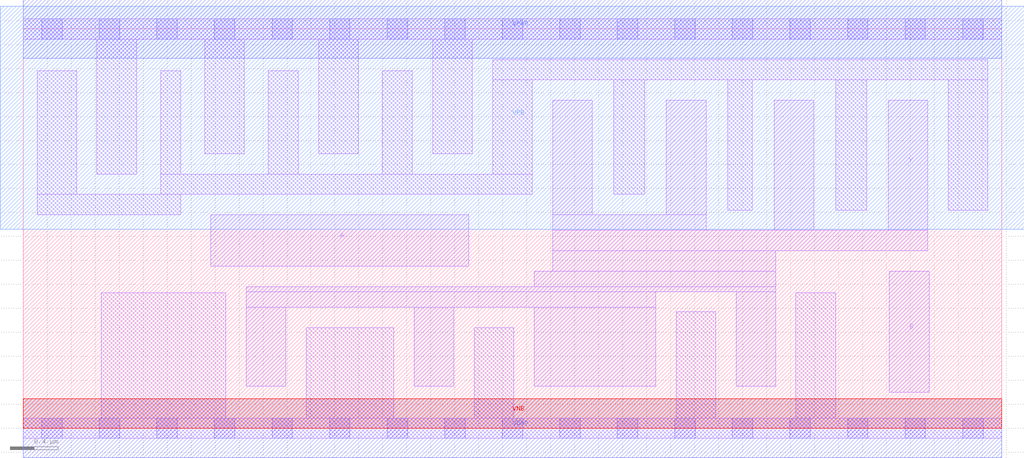
<source format=lef>
# Copyright 2020 The SkyWater PDK Authors
#
# Licensed under the Apache License, Version 2.0 (the "License");
# you may not use this file except in compliance with the License.
# You may obtain a copy of the License at
#
#     https://www.apache.org/licenses/LICENSE-2.0
#
# Unless required by applicable law or agreed to in writing, software
# distributed under the License is distributed on an "AS IS" BASIS,
# WITHOUT WARRANTIES OR CONDITIONS OF ANY KIND, either express or implied.
# See the License for the specific language governing permissions and
# limitations under the License.
#
# SPDX-License-Identifier: Apache-2.0

VERSION 5.7 ;
  NOWIREEXTENSIONATPIN ON ;
  DIVIDERCHAR "/" ;
  BUSBITCHARS "[]" ;
MACRO sky130_fd_sc_ls__nor2_8
  CLASS CORE ;
  FOREIGN sky130_fd_sc_ls__nor2_8 ;
  ORIGIN  0.000000  0.000000 ;
  SIZE  8.160000 BY  3.330000 ;
  SYMMETRY X Y ;
  SITE unit ;
  PIN A
    ANTENNAGATEAREA  1.788000 ;
    DIRECTION INPUT ;
    USE SIGNAL ;
    PORT
      LAYER li1 ;
        RECT 1.565000 1.350000 3.715000 1.780000 ;
    END
  END A
  PIN B
    ANTENNAGATEAREA  1.788000 ;
    DIRECTION INPUT ;
    USE SIGNAL ;
    PORT
      LAYER li1 ;
        RECT 7.225000 0.300000 7.555000 1.310000 ;
    END
  END B
  PIN Y
    ANTENNADIFFAREA  2.839300 ;
    DIRECTION OUTPUT ;
    USE SIGNAL ;
    PORT
      LAYER li1 ;
        RECT 1.860000 0.350000 2.190000 1.010000 ;
        RECT 1.860000 1.010000 5.275000 1.140000 ;
        RECT 1.860000 1.140000 6.275000 1.180000 ;
        RECT 3.260000 0.350000 3.590000 1.010000 ;
        RECT 4.260000 0.350000 5.275000 1.010000 ;
        RECT 4.260000 1.180000 6.275000 1.310000 ;
        RECT 4.415000 1.310000 6.275000 1.480000 ;
        RECT 4.415000 1.480000 7.545000 1.650000 ;
        RECT 4.415000 1.650000 5.695000 1.780000 ;
        RECT 4.415000 1.780000 4.745000 2.735000 ;
        RECT 5.365000 1.780000 5.695000 2.735000 ;
        RECT 5.945000 0.350000 6.275000 1.140000 ;
        RECT 6.265000 1.650000 6.595000 2.735000 ;
        RECT 7.215000 1.650000 7.545000 2.735000 ;
    END
  END Y
  PIN VGND
    DIRECTION INOUT ;
    SHAPE ABUTMENT ;
    USE GROUND ;
    PORT
      LAYER met1 ;
        RECT 0.000000 -0.245000 8.160000 0.245000 ;
    END
  END VGND
  PIN VNB
    DIRECTION INOUT ;
    USE GROUND ;
    PORT
      LAYER pwell ;
        RECT 0.000000 0.000000 8.160000 0.245000 ;
    END
  END VNB
  PIN VPB
    DIRECTION INOUT ;
    USE POWER ;
    PORT
      LAYER nwell ;
        RECT -0.190000 1.660000 8.350000 3.520000 ;
    END
  END VPB
  PIN VPWR
    DIRECTION INOUT ;
    SHAPE ABUTMENT ;
    USE POWER ;
    PORT
      LAYER met1 ;
        RECT 0.000000 3.085000 8.160000 3.575000 ;
    END
  END VPWR
  OBS
    LAYER li1 ;
      RECT 0.000000 -0.085000 8.160000 0.085000 ;
      RECT 0.000000  3.245000 8.160000 3.415000 ;
      RECT 0.115000  1.780000 1.315000 1.950000 ;
      RECT 0.115000  1.950000 0.445000 2.980000 ;
      RECT 0.615000  2.120000 0.945000 3.245000 ;
      RECT 0.650000  0.085000 1.690000 1.130000 ;
      RECT 1.145000  1.950000 4.245000 2.120000 ;
      RECT 1.145000  2.120000 1.315000 2.980000 ;
      RECT 1.515000  2.290000 1.845000 3.245000 ;
      RECT 2.045000  2.120000 2.295000 2.980000 ;
      RECT 2.360000  0.085000 3.090000 0.840000 ;
      RECT 2.465000  2.290000 2.795000 3.245000 ;
      RECT 2.995000  2.120000 3.245000 2.980000 ;
      RECT 3.415000  2.290000 3.745000 3.245000 ;
      RECT 3.760000  0.085000 4.090000 0.840000 ;
      RECT 3.915000  2.120000 4.245000 2.905000 ;
      RECT 3.915000  2.905000 8.045000 3.075000 ;
      RECT 4.925000  1.950000 5.185000 2.905000 ;
      RECT 5.445000  0.085000 5.775000 0.970000 ;
      RECT 5.875000  1.820000 6.080000 2.905000 ;
      RECT 6.445000  0.085000 6.775000 1.130000 ;
      RECT 6.775000  1.820000 7.035000 2.905000 ;
      RECT 7.715000  1.820000 8.045000 2.905000 ;
    LAYER mcon ;
      RECT 0.155000 -0.085000 0.325000 0.085000 ;
      RECT 0.155000  3.245000 0.325000 3.415000 ;
      RECT 0.635000 -0.085000 0.805000 0.085000 ;
      RECT 0.635000  3.245000 0.805000 3.415000 ;
      RECT 1.115000 -0.085000 1.285000 0.085000 ;
      RECT 1.115000  3.245000 1.285000 3.415000 ;
      RECT 1.595000 -0.085000 1.765000 0.085000 ;
      RECT 1.595000  3.245000 1.765000 3.415000 ;
      RECT 2.075000 -0.085000 2.245000 0.085000 ;
      RECT 2.075000  3.245000 2.245000 3.415000 ;
      RECT 2.555000 -0.085000 2.725000 0.085000 ;
      RECT 2.555000  3.245000 2.725000 3.415000 ;
      RECT 3.035000 -0.085000 3.205000 0.085000 ;
      RECT 3.035000  3.245000 3.205000 3.415000 ;
      RECT 3.515000 -0.085000 3.685000 0.085000 ;
      RECT 3.515000  3.245000 3.685000 3.415000 ;
      RECT 3.995000 -0.085000 4.165000 0.085000 ;
      RECT 3.995000  3.245000 4.165000 3.415000 ;
      RECT 4.475000 -0.085000 4.645000 0.085000 ;
      RECT 4.475000  3.245000 4.645000 3.415000 ;
      RECT 4.955000 -0.085000 5.125000 0.085000 ;
      RECT 4.955000  3.245000 5.125000 3.415000 ;
      RECT 5.435000 -0.085000 5.605000 0.085000 ;
      RECT 5.435000  3.245000 5.605000 3.415000 ;
      RECT 5.915000 -0.085000 6.085000 0.085000 ;
      RECT 5.915000  3.245000 6.085000 3.415000 ;
      RECT 6.395000 -0.085000 6.565000 0.085000 ;
      RECT 6.395000  3.245000 6.565000 3.415000 ;
      RECT 6.875000 -0.085000 7.045000 0.085000 ;
      RECT 6.875000  3.245000 7.045000 3.415000 ;
      RECT 7.355000 -0.085000 7.525000 0.085000 ;
      RECT 7.355000  3.245000 7.525000 3.415000 ;
      RECT 7.835000 -0.085000 8.005000 0.085000 ;
      RECT 7.835000  3.245000 8.005000 3.415000 ;
  END
END sky130_fd_sc_ls__nor2_8
END LIBRARY

</source>
